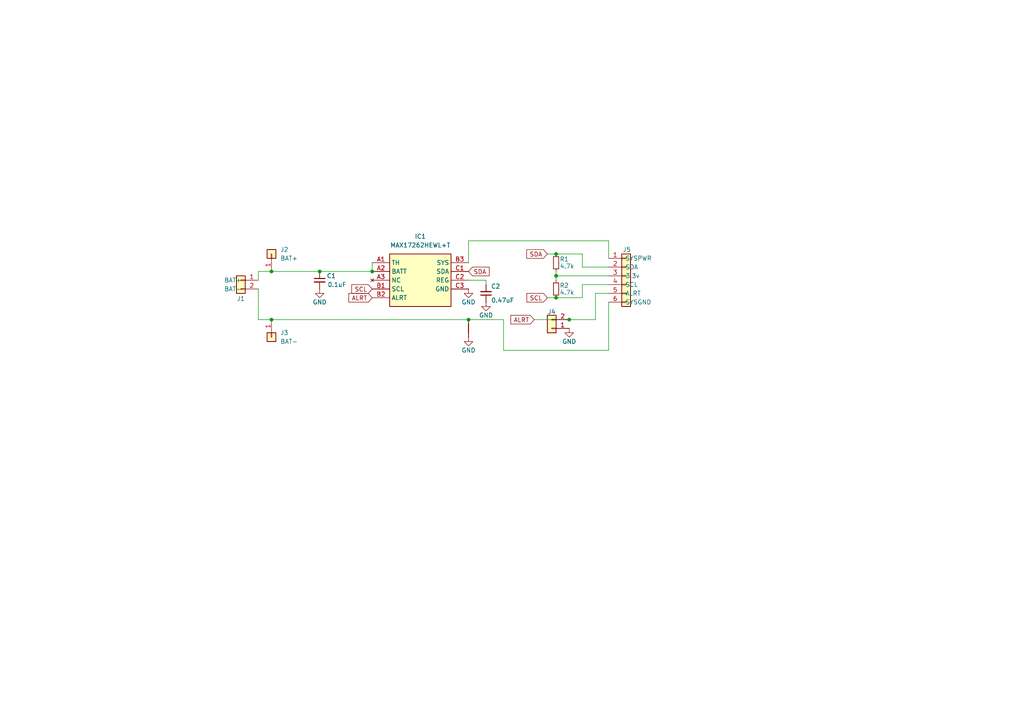
<source format=kicad_sch>
(kicad_sch (version 20231120) (generator "eeschema") (generator_version "8.0")
  (paper "A4")
  (lib_symbols
    (symbol "Conn_01x02_1" (pin_names (offset 1.016) hide)
      (property "Reference" "J" (at 0 2.54 0))
      (property "Value" "Conn_01x02" (at 0 -5.08 0))
      (symbol "Conn_01x02_1_1_1"
        (rectangle (start -1.27 -2.413) (end 0 -2.667) (stroke (width 0.1524)))
        (rectangle (start -1.27 0.127) (end 0 -0.127) (stroke (width 0.1524)))
        (rectangle (start -1.27 1.27) (end 1.27 -3.81) (stroke (width 0.254)) (fill (type background)))
        (pin passive line (at -5.08 0 0) (length 3.81) (name "Pin_1") (number "1"))
        (pin passive line (at -5.08 -2.54 0) (length 3.81) (name "Pin_2") (number "2"))
      )
    )
    (symbol "Connector_Generic:Conn_01x01" (pin_names (offset 1.016) hide)
      (property "Reference" "J" (at 0 2.54 0))
      (property "Value" "Conn_01x01" (at 0 -2.54 0))
      (symbol "Conn_01x01_1_1"
        (rectangle (start -1.27 0.127) (end 0 -0.127) (stroke (width 0.1524)))
        (rectangle (start -1.27 1.27) (end 1.27 -1.27) (stroke (width 0.254)) (fill (type background)))
        (pin passive line (at -5.08 0 0) (length 3.81) (name "Pin_1") (number "1"))
      )
    )
    (symbol "Connector_Generic:Conn_01x02" (pin_names (offset 1.016))
      (property "Reference" "J1" (at 0 -5.334 0))
      (symbol "Conn_01x02_1_1"
        (rectangle (start -1.27 -2.413) (end 0 -2.667) (stroke (width 0.1524)))
        (rectangle (start -1.27 0.127) (end 0 -0.127) (stroke (width 0.1524)))
        (rectangle (start -1.27 1.27) (end 1.27 -3.81) (stroke (width 0.254)) (fill (type background)))
        (pin passive line (at -5.08 0 0) (length 3.81) (name "BAT+") (number "1"))
        (pin passive line (at -5.08 -2.54 0) (length 3.81) (name "BAT-") (number "2"))
      )
    )
    (symbol "Connector_Generic:Conn_01x06" (pin_names (offset 1.016))
      (property "Reference" "J9" (at 2.54 0.0001 0))
      (property "Value" "Conn_01x06" (at 2.54 -2.5399 0))
      (symbol "Conn_01x06_1_1"
        (rectangle (start -1.27 -7.493) (end 0 -7.747) (stroke (width 0.1524)))
        (rectangle (start -1.27 -4.953) (end 0 -5.207) (stroke (width 0.1524)))
        (rectangle (start -1.27 -2.413) (end 0 -2.667) (stroke (width 0.1524)))
        (rectangle (start -1.27 0.127) (end 0 -0.127) (stroke (width 0.1524)))
        (rectangle (start -1.27 2.667) (end 0 2.413) (stroke (width 0.1524)))
        (rectangle (start -1.27 5.207) (end 0 4.953) (stroke (width 0.1524)))
        (rectangle (start -1.27 6.35) (end 1.27 -8.89) (stroke (width 0.254)) (fill (type background)))
        (pin passive line (at -5.08 5.08 0) (length 3.81) (name "SYSPWR") (number "1"))
        (pin passive line (at -5.08 2.54 0) (length 3.81) (name "SDA") (number "2"))
        (pin passive line (at -5.08 0 0) (length 3.81) (name "3.3v") (number "3"))
        (pin passive line (at -5.08 -2.54 0) (length 3.81) (name "SCL") (number "4"))
        (pin passive line (at -5.08 -5.08 0) (length 3.81) (name "ALRT") (number "5"))
        (pin passive line (at -5.08 -7.62 0) (length 3.81) (name "SYSGND") (number "6"))
      )
    )
    (symbol "Device:C_Small" (pin_numbers hide) (pin_names (offset 0.254) hide)
      (property "Reference" "C" (at 0.254 1.778 0))
      (property "Value" "C_Small" (at 0.254 -2.032 0))
      (symbol "C_Small_0_1"
        (polyline (pts (xy -1.524 -0.508) (xy 1.524 -0.508)) (stroke (width 0.3302)))
        (polyline (pts (xy -1.524 0.508) (xy 1.524 0.508)) (stroke (width 0.3048)))
      )
      (symbol "C_Small_1_1"
        (pin passive line (at 0 2.54 270) (length 2.032) (name "~") (number "1"))
        (pin passive line (at 0 -2.54 90) (length 2.032) (name "~") (number "2"))
      )
    )
    (symbol "Device:NetTie_2" (pin_numbers hide) (pin_names (offset 0) hide) (in_bom no)
      (property "Reference" "NT" (at 0 1.27 0))
      (property "Value" "NetTie_2" (at 0 -1.27 0))
      (symbol "NetTie_2_0_1"
        (polyline (pts (xy -1.27 0) (xy 1.27 0)) (stroke (width 0.254)))
      )
      (symbol "NetTie_2_1_1"
        (pin passive line (at -2.54 0 0) (length 2.54) (name "1") (number "1"))
        (pin passive line (at 2.54 0 180) (length 2.54) (name "2") (number "2"))
      )
    )
    (symbol "Device:R_Small" (pin_numbers hide) (pin_names (offset 0.254) hide)
      (property "Reference" "R" (at 0.762 0.508 0))
      (property "Value" "R_Small" (at 0.762 -1.016 0))
      (symbol "R_Small_0_1"
        (rectangle (start -0.762 1.778) (end 0.762 -1.778) (stroke (width 0.2032)))
      )
      (symbol "R_Small_1_1"
        (pin passive line (at 0 2.54 270) (length 0.762) (name "~") (number "1"))
        (pin passive line (at 0 -2.54 90) (length 0.762) (name "~") (number "2"))
      )
    )
    (symbol "MAX17262:MAX17262HEWL+T"
      (property "Reference" "IC" (at 24.13 7.62 0))
      (property "Value" "MAX17262HEWL+T" (at 24.13 5.08 0))
      (symbol "MAX17262HEWL+T_1_1"
        (rectangle (start 5.08 2.54) (end 22.86 -12.7) (stroke (width 0.254)) (fill (type background)))
        (pin passive line (at 0 0 0) (length 5.08) (name "TH") (number "A1"))
        (pin passive line (at 0 -2.54 0) (length 5.08) (name "BATT") (number "A2"))
        (pin no_connect line (at 0 -5.08 0) (length 5.08) (name "NC") (number "A3"))
        (pin passive line (at 0 -7.62 0) (length 5.08) (name "SCL") (number "B1"))
        (pin passive line (at 0 -10.16 0) (length 5.08) (name "ALRT") (number "B2"))
        (pin passive line (at 27.94 0 180) (length 5.08) (name "SYS") (number "B3"))
        (pin passive line (at 27.94 -2.54 180) (length 5.08) (name "SDA") (number "C1"))
        (pin passive line (at 27.94 -5.08 180) (length 5.08) (name "REG") (number "C2"))
        (pin passive line (at 27.94 -7.62 180) (length 5.08) (name "GND") (number "C3"))
      )
    )
    (symbol "power:GND" (power) (pin_numbers hide) (pin_names (offset 0) hide)
      (property "Value" "GND" (at 0 -3.81 0))
      (symbol "GND_0_1"
        (polyline (pts (xy 0 0) (xy 0 -1.27) (xy 1.27 -1.27) (xy 0 -2.54) (xy -1.27 -1.27) (xy 0 -1.27)))
      )
      (symbol "GND_1_1"
        (pin power_in line (at 0 0 270) (length 0) (name "~") (number "1"))
      )
    )
  )
  (junction (at 107.95 78.74))
  (junction (at 135.89 92.71))
  (junction (at 161.29 80.01))
  (junction (at 161.29 86.36))
  (junction (at 161.29 73.66))
  (junction (at 78.74 78.74))
  (junction (at 92.71 78.74))
  (junction (at 165.1 92.71))
  (junction (at 78.74 92.71))
  (wire (pts (xy 172.72 85.09) (xy 176.53 85.09)))
  (wire (pts (xy 165.1 92.71) (xy 172.72 92.71)))
  (wire (pts (xy 161.29 86.36) (xy 168.91 86.36)))
  (wire (pts (xy 161.29 80.01) (xy 176.53 80.01)))
  (wire (pts (xy 161.29 73.66) (xy 168.91 73.66)))
  (wire (pts (xy 107.95 76.2) (xy 107.95 78.74)))
  (wire (pts (xy 78.74 92.71) (xy 74.93 92.71)))
  (wire (pts (xy 146.05 101.6) (xy 176.53 101.6)))
  (wire (pts (xy 168.91 82.55) (xy 176.53 82.55)))
  (wire (pts (xy 135.89 69.85) (xy 135.89 76.2)))
  (wire (pts (xy 74.93 78.74) (xy 74.93 81.28)))
  (wire (pts (xy 176.53 87.63) (xy 176.53 101.6)))
  (wire (pts (xy 176.53 69.85) (xy 176.53 74.93)))
  (wire (pts (xy 74.93 83.82) (xy 74.93 92.71)))
  (wire (pts (xy 158.75 73.66) (xy 161.29 73.66)))
  (wire (pts (xy 154.94 92.71) (xy 165.1 92.71)))
  (wire (pts (xy 135.89 81.28) (xy 140.97 81.28)))
  (wire (pts (xy 146.05 92.71) (xy 146.05 101.6)))
  (wire (pts (xy 78.74 92.71) (xy 135.89 92.71)))
  (wire (pts (xy 140.97 81.28) (xy 140.97 82.55)))
  (wire (pts (xy 74.93 78.74) (xy 78.74 78.74)))
  (wire (pts (xy 158.75 86.36) (xy 161.29 86.36)))
  (wire (pts (xy 135.89 69.85) (xy 176.53 69.85)))
  (wire (pts (xy 161.29 80.01) (xy 161.29 81.28)))
  (wire (pts (xy 135.89 92.71) (xy 146.05 92.71)))
  (wire (pts (xy 92.71 78.74) (xy 107.95 78.74)))
  (wire (pts (xy 161.29 78.74) (xy 161.29 80.01)))
  (wire (pts (xy 78.74 78.74) (xy 92.71 78.74)))
  (wire (pts (xy 168.91 86.36) (xy 168.91 82.55)))
  (wire (pts (xy 172.72 92.71) (xy 172.72 85.09)))
  (wire (pts (xy 168.91 77.47) (xy 176.53 77.47)))
  (wire (pts (xy 168.91 73.66) (xy 168.91 77.47)))
  (global_label "SDA" (shape input) (at 135.89 78.74 0) (property "Intersheetrefs" "${INTERSHEET_REFS}" (effects (hide yes))))
  (global_label "SCL" (shape input) (at 158.75 86.36 180) (property "Intersheetrefs" "${INTERSHEET_REFS}" (effects (hide yes))))
  (global_label "ALRT" (shape input) (at 154.94 92.71 180) (property "Intersheetrefs" "${INTERSHEET_REFS}" (effects (hide yes))))
  (global_label "SCL" (shape input) (at 107.95 83.82 180) (property "Intersheetrefs" "${INTERSHEET_REFS}" (effects (hide yes))))
  (global_label "ALRT" (shape input) (at 107.95 86.36 180) (property "Intersheetrefs" "${INTERSHEET_REFS}" (effects (hide yes))))
  (global_label "SDA" (shape input) (at 158.75 73.66 180) (property "Intersheetrefs" "${INTERSHEET_REFS}" (effects (hide yes))))
  (symbol (lib_id "Device:R_Small") (at 161.29 83.82 0) (unit 1)
    (property "Reference" "R2" (at 162.306 82.804 0) (effects (justify left)))
    (property "Value" "4.7k" (at 162.306 84.836 0) (effects (justify left)))
    (property "Footprint" "Resistor_SMD:R_0603_1608Metric_Pad0.98x0.95mm_HandSolder" (effects (hide yes)))
    (property "Description" "Resistor, small symbol" (effects (hide yes)))
  )
  (symbol (lib_id "power:GND") (at 92.71 83.82 0) (unit 1)
    (property "Reference" "#PWR01" (effects (hide yes)))
    (property "Value" "GND" (at 92.71 87.63 0))
    (property "Description" "Power symbol creates a global label with name \"GND\" , ground" (effects (hide yes)))
  )
  (symbol (lib_id "power:GND") (at 165.1 95.25 0) (unit 1)
    (property "Reference" "#PWR04" (effects (hide yes)))
    (property "Value" "GND" (at 165.1 99.06 0))
    (property "Description" "Power symbol creates a global label with name \"GND\" , ground" (effects (hide yes)))
  )
  (symbol (lib_id "Connector_Generic:Conn_01x01") (at 78.74 97.79 270) (unit 1)
    (property "Reference" "J3" (at 81.28 96.5199 90) (effects (justify left)))
    (property "Value" "BAT-" (at 81.28 99.0599 90) (effects (justify left)))
    (property "Footprint" "Connector_Wire:SolderWirePad_1x01_SMD_1x2mm" (effects (hide yes)))
    (property "Description" "Generic connector, single row, 01x01, script generated (kicad-library-utils/schlib/autogen/connector/)" (effects (hide yes)))
  )
  (symbol (lib_id "Connector_Generic:Conn_01x01") (at 78.74 73.66 90) (unit 1)
    (property "Reference" "J2" (at 81.28 72.3899 90) (effects (justify right)))
    (property "Value" "BAT+" (at 81.28 74.9299 90) (effects (justify right)))
    (property "Footprint" "Connector_Wire:SolderWirePad_1x01_SMD_1x2mm" (effects (hide yes)))
    (property "Description" "Generic connector, single row, 01x01, script generated (kicad-library-utils/schlib/autogen/connector/)" (effects (hide yes)))
  )
  (symbol (lib_id "Connector_Generic:Conn_01x02") (at 69.85 81.28 0) (mirror y) (unit 1)
    (property "Reference" "J1" (at 69.85 86.614 0))
    (property "Value" "Conn_01x02" (effects (hide yes)))
    (property "Footprint" "53261-0271:532610271" (effects (hide yes)))
    (property "Description" "Generic connector, single row, 01x02, script generated (kicad-library-utils/schlib/autogen/connector/)" (effects (hide yes)))
  )
  (symbol (lib_id "Device:NetTie_2") (at 135.89 95.25 90) (unit 1) (in_bom no)
    (property "Reference" "NT1" (effects (hide yes)))
    (property "Value" "NetTie_2" (effects (hide yes)))
    (property "Footprint" "NetTie:NetTie-2_SMD_Pad0.5mm" (effects (hide yes)))
    (property "Description" "Net tie, 2 pins" (effects (hide yes)))
  )
  (symbol (lib_name "Conn_01x02_1") (lib_id "Connector_Generic:Conn_01x02") (at 160.02 95.25 180) (unit 1)
    (property "Reference" "J4" (at 160.02 90.424 0))
    (property "Value" "Conn_01x02" (effects (hide yes)))
    (property "Footprint" "Connector_PinHeader_2.54mm:PinHeader_1x02_P2.54mm_Vertical" (effects (hide yes)))
    (property "Description" "Generic connector, single row, 01x02, script generated (kicad-library-utils/schlib/autogen/connector/)" (effects (hide yes)))
  )
  (symbol (lib_id "Device:C_Small") (at 140.97 85.09 180) (unit 1)
    (property "Reference" "C2" (at 143.764 83.058 0))
    (property "Value" "0.47uF" (at 145.796 87.122 0))
    (property "Footprint" "Capacitor_SMD:C_0603_1608Metric_Pad1.08x0.95mm_HandSolder" (effects (hide yes)))
    (property "Description" "Unpolarized capacitor, small symbol" (effects (hide yes)))
  )
  (symbol (lib_id "power:GND") (at 135.89 97.79 0) (unit 1)
    (property "Reference" "#PWR05" (effects (hide yes)))
    (property "Value" "GND" (at 135.89 101.6 0))
    (property "Description" "Power symbol creates a global label with name \"GND\" , ground" (effects (hide yes)))
  )
  (symbol (lib_id "power:GND") (at 135.89 83.82 0) (unit 1)
    (property "Reference" "#PWR02" (effects (hide yes)))
    (property "Value" "GND" (at 135.89 87.63 0))
    (property "Description" "Power symbol creates a global label with name \"GND\" , ground" (effects (hide yes)))
  )
  (symbol (lib_id "Device:C_Small") (at 92.71 81.28 0) (unit 1)
    (property "Reference" "C1" (at 94.742 80.01 0) (effects (justify left)))
    (property "Value" "0.1uF" (at 94.996 82.55 0) (effects (justify left)))
    (property "Footprint" "Capacitor_SMD:C_0603_1608Metric_Pad1.08x0.95mm_HandSolder" (effects (hide yes)))
    (property "Description" "Unpolarized capacitor, small symbol" (effects (hide yes)))
  )
  (symbol (lib_id "MAX17262:MAX17262HEWL+T") (at 107.95 76.2 0) (unit 1)
    (property "Reference" "IC1" (at 121.92 68.58 0))
    (property "Value" "MAX17262HEWL+T" (at 121.92 71.12 0))
    (property "Footprint" "BGA9C40P3X3_153X153X69:BGA9C40P3X3_153X153X69" (effects (hide yes)))
    (property "Datasheet" "https://www.analog.com/MAX17262/datasheet" (effects (hide yes)))
    (property "Description" "5.2A 1-Cell Fuel Gauge with ModelGauge m5 EZ and Internal Current Sensing" (effects (hide yes)))
    (property "Height" "0.69" (effects (hide yes)))
    (property "Manufacturer_Name" "Analog Devices" (effects (hide yes)))
    (property "Manufacturer_Part_Number" "MAX17262HEWL+T" (effects (hide yes)))
  )
  (symbol (lib_id "Device:R_Small") (at 161.29 76.2 0) (unit 1)
    (property "Reference" "R1" (at 162.306 75.184 0) (effects (justify left)))
    (property "Value" "4.7k" (at 162.306 77.216 0) (effects (justify left)))
    (property "Footprint" "Resistor_SMD:R_0603_1608Metric_Pad0.98x0.95mm_HandSolder" (effects (hide yes)))
    (property "Description" "Resistor, small symbol" (effects (hide yes)))
  )
  (symbol (lib_id "power:GND") (at 140.97 87.63 0) (unit 1)
    (property "Reference" "#PWR03" (effects (hide yes)))
    (property "Value" "GND" (at 140.97 91.44 0))
    (property "Description" "Power symbol creates a global label with name \"GND\" , ground" (effects (hide yes)))
  )
  (symbol (lib_id "Connector_Generic:Conn_01x06") (at 181.61 80.01 0) (unit 1)
    (property "Reference" "J5" (at 180.594 72.39 0) (effects (justify left)))
    (property "Value" "Conn_01x06" (effects (hide yes)))
    (property "Footprint" "Connector_PinHeader_2.54mm:PinHeader_1x06_P2.54mm_Horizontal" (effects (hide yes)))
    (property "Description" "Generic connector, single row, 01x06, script generated (kicad-library-utils/schlib/autogen/connector/)" (effects (hide yes)))
  )
)
</source>
